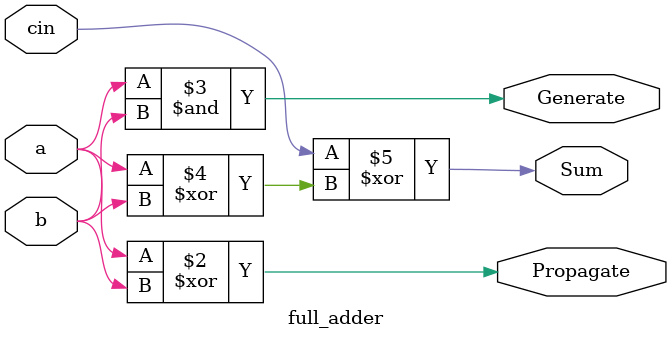
<source format=v>
`timescale 1ns / 1ps


module full_adder(
    input a,
    input b,
    input cin,
    output reg Propagate,
    output reg Generate,
    output reg Sum
    );

always@*
begin
    Propagate = a ^ b;
    Generate = a & b;    
    Sum = cin ^ (a ^ b);
end

endmodule

</source>
